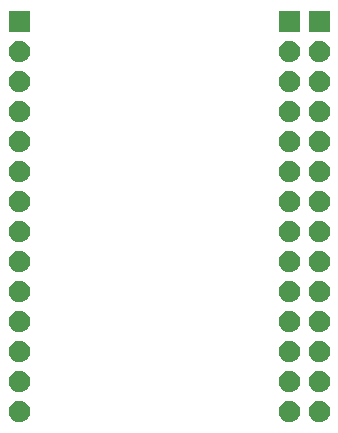
<source format=gbr>
G04 #@! TF.GenerationSoftware,KiCad,Pcbnew,5.1.5+dfsg1-2build2*
G04 #@! TF.CreationDate,2022-08-21T18:45:02-05:00*
G04 #@! TF.ProjectId,ms88sf2-breakout,6d733838-7366-4322-9d62-7265616b6f75,rev?*
G04 #@! TF.SameCoordinates,Original*
G04 #@! TF.FileFunction,Soldermask,Bot*
G04 #@! TF.FilePolarity,Negative*
%FSLAX46Y46*%
G04 Gerber Fmt 4.6, Leading zero omitted, Abs format (unit mm)*
G04 Created by KiCad (PCBNEW 5.1.5+dfsg1-2build2) date 2022-08-21 18:45:02*
%MOMM*%
%LPD*%
G04 APERTURE LIST*
%ADD10C,0.100000*%
G04 APERTURE END LIST*
D10*
G36*
X52113512Y-83993927D02*
G01*
X52262812Y-84023624D01*
X52426784Y-84091544D01*
X52574354Y-84190147D01*
X52699853Y-84315646D01*
X52798456Y-84463216D01*
X52866376Y-84627188D01*
X52901000Y-84801259D01*
X52901000Y-84978741D01*
X52866376Y-85152812D01*
X52798456Y-85316784D01*
X52699853Y-85464354D01*
X52574354Y-85589853D01*
X52426784Y-85688456D01*
X52262812Y-85756376D01*
X52113512Y-85786073D01*
X52088742Y-85791000D01*
X51911258Y-85791000D01*
X51886488Y-85786073D01*
X51737188Y-85756376D01*
X51573216Y-85688456D01*
X51425646Y-85589853D01*
X51300147Y-85464354D01*
X51201544Y-85316784D01*
X51133624Y-85152812D01*
X51099000Y-84978741D01*
X51099000Y-84801259D01*
X51133624Y-84627188D01*
X51201544Y-84463216D01*
X51300147Y-84315646D01*
X51425646Y-84190147D01*
X51573216Y-84091544D01*
X51737188Y-84023624D01*
X51886488Y-83993927D01*
X51911258Y-83989000D01*
X52088742Y-83989000D01*
X52113512Y-83993927D01*
G37*
G36*
X77513512Y-83993927D02*
G01*
X77662812Y-84023624D01*
X77826784Y-84091544D01*
X77974354Y-84190147D01*
X78099853Y-84315646D01*
X78198456Y-84463216D01*
X78266376Y-84627188D01*
X78301000Y-84801259D01*
X78301000Y-84978741D01*
X78266376Y-85152812D01*
X78198456Y-85316784D01*
X78099853Y-85464354D01*
X77974354Y-85589853D01*
X77826784Y-85688456D01*
X77662812Y-85756376D01*
X77513512Y-85786073D01*
X77488742Y-85791000D01*
X77311258Y-85791000D01*
X77286488Y-85786073D01*
X77137188Y-85756376D01*
X76973216Y-85688456D01*
X76825646Y-85589853D01*
X76700147Y-85464354D01*
X76601544Y-85316784D01*
X76533624Y-85152812D01*
X76499000Y-84978741D01*
X76499000Y-84801259D01*
X76533624Y-84627188D01*
X76601544Y-84463216D01*
X76700147Y-84315646D01*
X76825646Y-84190147D01*
X76973216Y-84091544D01*
X77137188Y-84023624D01*
X77286488Y-83993927D01*
X77311258Y-83989000D01*
X77488742Y-83989000D01*
X77513512Y-83993927D01*
G37*
G36*
X74973512Y-83993927D02*
G01*
X75122812Y-84023624D01*
X75286784Y-84091544D01*
X75434354Y-84190147D01*
X75559853Y-84315646D01*
X75658456Y-84463216D01*
X75726376Y-84627188D01*
X75761000Y-84801259D01*
X75761000Y-84978741D01*
X75726376Y-85152812D01*
X75658456Y-85316784D01*
X75559853Y-85464354D01*
X75434354Y-85589853D01*
X75286784Y-85688456D01*
X75122812Y-85756376D01*
X74973512Y-85786073D01*
X74948742Y-85791000D01*
X74771258Y-85791000D01*
X74746488Y-85786073D01*
X74597188Y-85756376D01*
X74433216Y-85688456D01*
X74285646Y-85589853D01*
X74160147Y-85464354D01*
X74061544Y-85316784D01*
X73993624Y-85152812D01*
X73959000Y-84978741D01*
X73959000Y-84801259D01*
X73993624Y-84627188D01*
X74061544Y-84463216D01*
X74160147Y-84315646D01*
X74285646Y-84190147D01*
X74433216Y-84091544D01*
X74597188Y-84023624D01*
X74746488Y-83993927D01*
X74771258Y-83989000D01*
X74948742Y-83989000D01*
X74973512Y-83993927D01*
G37*
G36*
X52113512Y-81453927D02*
G01*
X52262812Y-81483624D01*
X52426784Y-81551544D01*
X52574354Y-81650147D01*
X52699853Y-81775646D01*
X52798456Y-81923216D01*
X52866376Y-82087188D01*
X52901000Y-82261259D01*
X52901000Y-82438741D01*
X52866376Y-82612812D01*
X52798456Y-82776784D01*
X52699853Y-82924354D01*
X52574354Y-83049853D01*
X52426784Y-83148456D01*
X52262812Y-83216376D01*
X52113512Y-83246073D01*
X52088742Y-83251000D01*
X51911258Y-83251000D01*
X51886488Y-83246073D01*
X51737188Y-83216376D01*
X51573216Y-83148456D01*
X51425646Y-83049853D01*
X51300147Y-82924354D01*
X51201544Y-82776784D01*
X51133624Y-82612812D01*
X51099000Y-82438741D01*
X51099000Y-82261259D01*
X51133624Y-82087188D01*
X51201544Y-81923216D01*
X51300147Y-81775646D01*
X51425646Y-81650147D01*
X51573216Y-81551544D01*
X51737188Y-81483624D01*
X51886488Y-81453927D01*
X51911258Y-81449000D01*
X52088742Y-81449000D01*
X52113512Y-81453927D01*
G37*
G36*
X74973512Y-81453927D02*
G01*
X75122812Y-81483624D01*
X75286784Y-81551544D01*
X75434354Y-81650147D01*
X75559853Y-81775646D01*
X75658456Y-81923216D01*
X75726376Y-82087188D01*
X75761000Y-82261259D01*
X75761000Y-82438741D01*
X75726376Y-82612812D01*
X75658456Y-82776784D01*
X75559853Y-82924354D01*
X75434354Y-83049853D01*
X75286784Y-83148456D01*
X75122812Y-83216376D01*
X74973512Y-83246073D01*
X74948742Y-83251000D01*
X74771258Y-83251000D01*
X74746488Y-83246073D01*
X74597188Y-83216376D01*
X74433216Y-83148456D01*
X74285646Y-83049853D01*
X74160147Y-82924354D01*
X74061544Y-82776784D01*
X73993624Y-82612812D01*
X73959000Y-82438741D01*
X73959000Y-82261259D01*
X73993624Y-82087188D01*
X74061544Y-81923216D01*
X74160147Y-81775646D01*
X74285646Y-81650147D01*
X74433216Y-81551544D01*
X74597188Y-81483624D01*
X74746488Y-81453927D01*
X74771258Y-81449000D01*
X74948742Y-81449000D01*
X74973512Y-81453927D01*
G37*
G36*
X77513512Y-81453927D02*
G01*
X77662812Y-81483624D01*
X77826784Y-81551544D01*
X77974354Y-81650147D01*
X78099853Y-81775646D01*
X78198456Y-81923216D01*
X78266376Y-82087188D01*
X78301000Y-82261259D01*
X78301000Y-82438741D01*
X78266376Y-82612812D01*
X78198456Y-82776784D01*
X78099853Y-82924354D01*
X77974354Y-83049853D01*
X77826784Y-83148456D01*
X77662812Y-83216376D01*
X77513512Y-83246073D01*
X77488742Y-83251000D01*
X77311258Y-83251000D01*
X77286488Y-83246073D01*
X77137188Y-83216376D01*
X76973216Y-83148456D01*
X76825646Y-83049853D01*
X76700147Y-82924354D01*
X76601544Y-82776784D01*
X76533624Y-82612812D01*
X76499000Y-82438741D01*
X76499000Y-82261259D01*
X76533624Y-82087188D01*
X76601544Y-81923216D01*
X76700147Y-81775646D01*
X76825646Y-81650147D01*
X76973216Y-81551544D01*
X77137188Y-81483624D01*
X77286488Y-81453927D01*
X77311258Y-81449000D01*
X77488742Y-81449000D01*
X77513512Y-81453927D01*
G37*
G36*
X77513512Y-78913927D02*
G01*
X77662812Y-78943624D01*
X77826784Y-79011544D01*
X77974354Y-79110147D01*
X78099853Y-79235646D01*
X78198456Y-79383216D01*
X78266376Y-79547188D01*
X78301000Y-79721259D01*
X78301000Y-79898741D01*
X78266376Y-80072812D01*
X78198456Y-80236784D01*
X78099853Y-80384354D01*
X77974354Y-80509853D01*
X77826784Y-80608456D01*
X77662812Y-80676376D01*
X77513512Y-80706073D01*
X77488742Y-80711000D01*
X77311258Y-80711000D01*
X77286488Y-80706073D01*
X77137188Y-80676376D01*
X76973216Y-80608456D01*
X76825646Y-80509853D01*
X76700147Y-80384354D01*
X76601544Y-80236784D01*
X76533624Y-80072812D01*
X76499000Y-79898741D01*
X76499000Y-79721259D01*
X76533624Y-79547188D01*
X76601544Y-79383216D01*
X76700147Y-79235646D01*
X76825646Y-79110147D01*
X76973216Y-79011544D01*
X77137188Y-78943624D01*
X77286488Y-78913927D01*
X77311258Y-78909000D01*
X77488742Y-78909000D01*
X77513512Y-78913927D01*
G37*
G36*
X52113512Y-78913927D02*
G01*
X52262812Y-78943624D01*
X52426784Y-79011544D01*
X52574354Y-79110147D01*
X52699853Y-79235646D01*
X52798456Y-79383216D01*
X52866376Y-79547188D01*
X52901000Y-79721259D01*
X52901000Y-79898741D01*
X52866376Y-80072812D01*
X52798456Y-80236784D01*
X52699853Y-80384354D01*
X52574354Y-80509853D01*
X52426784Y-80608456D01*
X52262812Y-80676376D01*
X52113512Y-80706073D01*
X52088742Y-80711000D01*
X51911258Y-80711000D01*
X51886488Y-80706073D01*
X51737188Y-80676376D01*
X51573216Y-80608456D01*
X51425646Y-80509853D01*
X51300147Y-80384354D01*
X51201544Y-80236784D01*
X51133624Y-80072812D01*
X51099000Y-79898741D01*
X51099000Y-79721259D01*
X51133624Y-79547188D01*
X51201544Y-79383216D01*
X51300147Y-79235646D01*
X51425646Y-79110147D01*
X51573216Y-79011544D01*
X51737188Y-78943624D01*
X51886488Y-78913927D01*
X51911258Y-78909000D01*
X52088742Y-78909000D01*
X52113512Y-78913927D01*
G37*
G36*
X74973512Y-78913927D02*
G01*
X75122812Y-78943624D01*
X75286784Y-79011544D01*
X75434354Y-79110147D01*
X75559853Y-79235646D01*
X75658456Y-79383216D01*
X75726376Y-79547188D01*
X75761000Y-79721259D01*
X75761000Y-79898741D01*
X75726376Y-80072812D01*
X75658456Y-80236784D01*
X75559853Y-80384354D01*
X75434354Y-80509853D01*
X75286784Y-80608456D01*
X75122812Y-80676376D01*
X74973512Y-80706073D01*
X74948742Y-80711000D01*
X74771258Y-80711000D01*
X74746488Y-80706073D01*
X74597188Y-80676376D01*
X74433216Y-80608456D01*
X74285646Y-80509853D01*
X74160147Y-80384354D01*
X74061544Y-80236784D01*
X73993624Y-80072812D01*
X73959000Y-79898741D01*
X73959000Y-79721259D01*
X73993624Y-79547188D01*
X74061544Y-79383216D01*
X74160147Y-79235646D01*
X74285646Y-79110147D01*
X74433216Y-79011544D01*
X74597188Y-78943624D01*
X74746488Y-78913927D01*
X74771258Y-78909000D01*
X74948742Y-78909000D01*
X74973512Y-78913927D01*
G37*
G36*
X52113512Y-76373927D02*
G01*
X52262812Y-76403624D01*
X52426784Y-76471544D01*
X52574354Y-76570147D01*
X52699853Y-76695646D01*
X52798456Y-76843216D01*
X52866376Y-77007188D01*
X52901000Y-77181259D01*
X52901000Y-77358741D01*
X52866376Y-77532812D01*
X52798456Y-77696784D01*
X52699853Y-77844354D01*
X52574354Y-77969853D01*
X52426784Y-78068456D01*
X52262812Y-78136376D01*
X52113512Y-78166073D01*
X52088742Y-78171000D01*
X51911258Y-78171000D01*
X51886488Y-78166073D01*
X51737188Y-78136376D01*
X51573216Y-78068456D01*
X51425646Y-77969853D01*
X51300147Y-77844354D01*
X51201544Y-77696784D01*
X51133624Y-77532812D01*
X51099000Y-77358741D01*
X51099000Y-77181259D01*
X51133624Y-77007188D01*
X51201544Y-76843216D01*
X51300147Y-76695646D01*
X51425646Y-76570147D01*
X51573216Y-76471544D01*
X51737188Y-76403624D01*
X51886488Y-76373927D01*
X51911258Y-76369000D01*
X52088742Y-76369000D01*
X52113512Y-76373927D01*
G37*
G36*
X77513512Y-76373927D02*
G01*
X77662812Y-76403624D01*
X77826784Y-76471544D01*
X77974354Y-76570147D01*
X78099853Y-76695646D01*
X78198456Y-76843216D01*
X78266376Y-77007188D01*
X78301000Y-77181259D01*
X78301000Y-77358741D01*
X78266376Y-77532812D01*
X78198456Y-77696784D01*
X78099853Y-77844354D01*
X77974354Y-77969853D01*
X77826784Y-78068456D01*
X77662812Y-78136376D01*
X77513512Y-78166073D01*
X77488742Y-78171000D01*
X77311258Y-78171000D01*
X77286488Y-78166073D01*
X77137188Y-78136376D01*
X76973216Y-78068456D01*
X76825646Y-77969853D01*
X76700147Y-77844354D01*
X76601544Y-77696784D01*
X76533624Y-77532812D01*
X76499000Y-77358741D01*
X76499000Y-77181259D01*
X76533624Y-77007188D01*
X76601544Y-76843216D01*
X76700147Y-76695646D01*
X76825646Y-76570147D01*
X76973216Y-76471544D01*
X77137188Y-76403624D01*
X77286488Y-76373927D01*
X77311258Y-76369000D01*
X77488742Y-76369000D01*
X77513512Y-76373927D01*
G37*
G36*
X74973512Y-76373927D02*
G01*
X75122812Y-76403624D01*
X75286784Y-76471544D01*
X75434354Y-76570147D01*
X75559853Y-76695646D01*
X75658456Y-76843216D01*
X75726376Y-77007188D01*
X75761000Y-77181259D01*
X75761000Y-77358741D01*
X75726376Y-77532812D01*
X75658456Y-77696784D01*
X75559853Y-77844354D01*
X75434354Y-77969853D01*
X75286784Y-78068456D01*
X75122812Y-78136376D01*
X74973512Y-78166073D01*
X74948742Y-78171000D01*
X74771258Y-78171000D01*
X74746488Y-78166073D01*
X74597188Y-78136376D01*
X74433216Y-78068456D01*
X74285646Y-77969853D01*
X74160147Y-77844354D01*
X74061544Y-77696784D01*
X73993624Y-77532812D01*
X73959000Y-77358741D01*
X73959000Y-77181259D01*
X73993624Y-77007188D01*
X74061544Y-76843216D01*
X74160147Y-76695646D01*
X74285646Y-76570147D01*
X74433216Y-76471544D01*
X74597188Y-76403624D01*
X74746488Y-76373927D01*
X74771258Y-76369000D01*
X74948742Y-76369000D01*
X74973512Y-76373927D01*
G37*
G36*
X52113512Y-73833927D02*
G01*
X52262812Y-73863624D01*
X52426784Y-73931544D01*
X52574354Y-74030147D01*
X52699853Y-74155646D01*
X52798456Y-74303216D01*
X52866376Y-74467188D01*
X52901000Y-74641259D01*
X52901000Y-74818741D01*
X52866376Y-74992812D01*
X52798456Y-75156784D01*
X52699853Y-75304354D01*
X52574354Y-75429853D01*
X52426784Y-75528456D01*
X52262812Y-75596376D01*
X52113512Y-75626073D01*
X52088742Y-75631000D01*
X51911258Y-75631000D01*
X51886488Y-75626073D01*
X51737188Y-75596376D01*
X51573216Y-75528456D01*
X51425646Y-75429853D01*
X51300147Y-75304354D01*
X51201544Y-75156784D01*
X51133624Y-74992812D01*
X51099000Y-74818741D01*
X51099000Y-74641259D01*
X51133624Y-74467188D01*
X51201544Y-74303216D01*
X51300147Y-74155646D01*
X51425646Y-74030147D01*
X51573216Y-73931544D01*
X51737188Y-73863624D01*
X51886488Y-73833927D01*
X51911258Y-73829000D01*
X52088742Y-73829000D01*
X52113512Y-73833927D01*
G37*
G36*
X74973512Y-73833927D02*
G01*
X75122812Y-73863624D01*
X75286784Y-73931544D01*
X75434354Y-74030147D01*
X75559853Y-74155646D01*
X75658456Y-74303216D01*
X75726376Y-74467188D01*
X75761000Y-74641259D01*
X75761000Y-74818741D01*
X75726376Y-74992812D01*
X75658456Y-75156784D01*
X75559853Y-75304354D01*
X75434354Y-75429853D01*
X75286784Y-75528456D01*
X75122812Y-75596376D01*
X74973512Y-75626073D01*
X74948742Y-75631000D01*
X74771258Y-75631000D01*
X74746488Y-75626073D01*
X74597188Y-75596376D01*
X74433216Y-75528456D01*
X74285646Y-75429853D01*
X74160147Y-75304354D01*
X74061544Y-75156784D01*
X73993624Y-74992812D01*
X73959000Y-74818741D01*
X73959000Y-74641259D01*
X73993624Y-74467188D01*
X74061544Y-74303216D01*
X74160147Y-74155646D01*
X74285646Y-74030147D01*
X74433216Y-73931544D01*
X74597188Y-73863624D01*
X74746488Y-73833927D01*
X74771258Y-73829000D01*
X74948742Y-73829000D01*
X74973512Y-73833927D01*
G37*
G36*
X77513512Y-73833927D02*
G01*
X77662812Y-73863624D01*
X77826784Y-73931544D01*
X77974354Y-74030147D01*
X78099853Y-74155646D01*
X78198456Y-74303216D01*
X78266376Y-74467188D01*
X78301000Y-74641259D01*
X78301000Y-74818741D01*
X78266376Y-74992812D01*
X78198456Y-75156784D01*
X78099853Y-75304354D01*
X77974354Y-75429853D01*
X77826784Y-75528456D01*
X77662812Y-75596376D01*
X77513512Y-75626073D01*
X77488742Y-75631000D01*
X77311258Y-75631000D01*
X77286488Y-75626073D01*
X77137188Y-75596376D01*
X76973216Y-75528456D01*
X76825646Y-75429853D01*
X76700147Y-75304354D01*
X76601544Y-75156784D01*
X76533624Y-74992812D01*
X76499000Y-74818741D01*
X76499000Y-74641259D01*
X76533624Y-74467188D01*
X76601544Y-74303216D01*
X76700147Y-74155646D01*
X76825646Y-74030147D01*
X76973216Y-73931544D01*
X77137188Y-73863624D01*
X77286488Y-73833927D01*
X77311258Y-73829000D01*
X77488742Y-73829000D01*
X77513512Y-73833927D01*
G37*
G36*
X74973512Y-71293927D02*
G01*
X75122812Y-71323624D01*
X75286784Y-71391544D01*
X75434354Y-71490147D01*
X75559853Y-71615646D01*
X75658456Y-71763216D01*
X75726376Y-71927188D01*
X75761000Y-72101259D01*
X75761000Y-72278741D01*
X75726376Y-72452812D01*
X75658456Y-72616784D01*
X75559853Y-72764354D01*
X75434354Y-72889853D01*
X75286784Y-72988456D01*
X75122812Y-73056376D01*
X74973512Y-73086073D01*
X74948742Y-73091000D01*
X74771258Y-73091000D01*
X74746488Y-73086073D01*
X74597188Y-73056376D01*
X74433216Y-72988456D01*
X74285646Y-72889853D01*
X74160147Y-72764354D01*
X74061544Y-72616784D01*
X73993624Y-72452812D01*
X73959000Y-72278741D01*
X73959000Y-72101259D01*
X73993624Y-71927188D01*
X74061544Y-71763216D01*
X74160147Y-71615646D01*
X74285646Y-71490147D01*
X74433216Y-71391544D01*
X74597188Y-71323624D01*
X74746488Y-71293927D01*
X74771258Y-71289000D01*
X74948742Y-71289000D01*
X74973512Y-71293927D01*
G37*
G36*
X77513512Y-71293927D02*
G01*
X77662812Y-71323624D01*
X77826784Y-71391544D01*
X77974354Y-71490147D01*
X78099853Y-71615646D01*
X78198456Y-71763216D01*
X78266376Y-71927188D01*
X78301000Y-72101259D01*
X78301000Y-72278741D01*
X78266376Y-72452812D01*
X78198456Y-72616784D01*
X78099853Y-72764354D01*
X77974354Y-72889853D01*
X77826784Y-72988456D01*
X77662812Y-73056376D01*
X77513512Y-73086073D01*
X77488742Y-73091000D01*
X77311258Y-73091000D01*
X77286488Y-73086073D01*
X77137188Y-73056376D01*
X76973216Y-72988456D01*
X76825646Y-72889853D01*
X76700147Y-72764354D01*
X76601544Y-72616784D01*
X76533624Y-72452812D01*
X76499000Y-72278741D01*
X76499000Y-72101259D01*
X76533624Y-71927188D01*
X76601544Y-71763216D01*
X76700147Y-71615646D01*
X76825646Y-71490147D01*
X76973216Y-71391544D01*
X77137188Y-71323624D01*
X77286488Y-71293927D01*
X77311258Y-71289000D01*
X77488742Y-71289000D01*
X77513512Y-71293927D01*
G37*
G36*
X52113512Y-71293927D02*
G01*
X52262812Y-71323624D01*
X52426784Y-71391544D01*
X52574354Y-71490147D01*
X52699853Y-71615646D01*
X52798456Y-71763216D01*
X52866376Y-71927188D01*
X52901000Y-72101259D01*
X52901000Y-72278741D01*
X52866376Y-72452812D01*
X52798456Y-72616784D01*
X52699853Y-72764354D01*
X52574354Y-72889853D01*
X52426784Y-72988456D01*
X52262812Y-73056376D01*
X52113512Y-73086073D01*
X52088742Y-73091000D01*
X51911258Y-73091000D01*
X51886488Y-73086073D01*
X51737188Y-73056376D01*
X51573216Y-72988456D01*
X51425646Y-72889853D01*
X51300147Y-72764354D01*
X51201544Y-72616784D01*
X51133624Y-72452812D01*
X51099000Y-72278741D01*
X51099000Y-72101259D01*
X51133624Y-71927188D01*
X51201544Y-71763216D01*
X51300147Y-71615646D01*
X51425646Y-71490147D01*
X51573216Y-71391544D01*
X51737188Y-71323624D01*
X51886488Y-71293927D01*
X51911258Y-71289000D01*
X52088742Y-71289000D01*
X52113512Y-71293927D01*
G37*
G36*
X74973512Y-68753927D02*
G01*
X75122812Y-68783624D01*
X75286784Y-68851544D01*
X75434354Y-68950147D01*
X75559853Y-69075646D01*
X75658456Y-69223216D01*
X75726376Y-69387188D01*
X75761000Y-69561259D01*
X75761000Y-69738741D01*
X75726376Y-69912812D01*
X75658456Y-70076784D01*
X75559853Y-70224354D01*
X75434354Y-70349853D01*
X75286784Y-70448456D01*
X75122812Y-70516376D01*
X74973512Y-70546073D01*
X74948742Y-70551000D01*
X74771258Y-70551000D01*
X74746488Y-70546073D01*
X74597188Y-70516376D01*
X74433216Y-70448456D01*
X74285646Y-70349853D01*
X74160147Y-70224354D01*
X74061544Y-70076784D01*
X73993624Y-69912812D01*
X73959000Y-69738741D01*
X73959000Y-69561259D01*
X73993624Y-69387188D01*
X74061544Y-69223216D01*
X74160147Y-69075646D01*
X74285646Y-68950147D01*
X74433216Y-68851544D01*
X74597188Y-68783624D01*
X74746488Y-68753927D01*
X74771258Y-68749000D01*
X74948742Y-68749000D01*
X74973512Y-68753927D01*
G37*
G36*
X52113512Y-68753927D02*
G01*
X52262812Y-68783624D01*
X52426784Y-68851544D01*
X52574354Y-68950147D01*
X52699853Y-69075646D01*
X52798456Y-69223216D01*
X52866376Y-69387188D01*
X52901000Y-69561259D01*
X52901000Y-69738741D01*
X52866376Y-69912812D01*
X52798456Y-70076784D01*
X52699853Y-70224354D01*
X52574354Y-70349853D01*
X52426784Y-70448456D01*
X52262812Y-70516376D01*
X52113512Y-70546073D01*
X52088742Y-70551000D01*
X51911258Y-70551000D01*
X51886488Y-70546073D01*
X51737188Y-70516376D01*
X51573216Y-70448456D01*
X51425646Y-70349853D01*
X51300147Y-70224354D01*
X51201544Y-70076784D01*
X51133624Y-69912812D01*
X51099000Y-69738741D01*
X51099000Y-69561259D01*
X51133624Y-69387188D01*
X51201544Y-69223216D01*
X51300147Y-69075646D01*
X51425646Y-68950147D01*
X51573216Y-68851544D01*
X51737188Y-68783624D01*
X51886488Y-68753927D01*
X51911258Y-68749000D01*
X52088742Y-68749000D01*
X52113512Y-68753927D01*
G37*
G36*
X77513512Y-68753927D02*
G01*
X77662812Y-68783624D01*
X77826784Y-68851544D01*
X77974354Y-68950147D01*
X78099853Y-69075646D01*
X78198456Y-69223216D01*
X78266376Y-69387188D01*
X78301000Y-69561259D01*
X78301000Y-69738741D01*
X78266376Y-69912812D01*
X78198456Y-70076784D01*
X78099853Y-70224354D01*
X77974354Y-70349853D01*
X77826784Y-70448456D01*
X77662812Y-70516376D01*
X77513512Y-70546073D01*
X77488742Y-70551000D01*
X77311258Y-70551000D01*
X77286488Y-70546073D01*
X77137188Y-70516376D01*
X76973216Y-70448456D01*
X76825646Y-70349853D01*
X76700147Y-70224354D01*
X76601544Y-70076784D01*
X76533624Y-69912812D01*
X76499000Y-69738741D01*
X76499000Y-69561259D01*
X76533624Y-69387188D01*
X76601544Y-69223216D01*
X76700147Y-69075646D01*
X76825646Y-68950147D01*
X76973216Y-68851544D01*
X77137188Y-68783624D01*
X77286488Y-68753927D01*
X77311258Y-68749000D01*
X77488742Y-68749000D01*
X77513512Y-68753927D01*
G37*
G36*
X74973512Y-66213927D02*
G01*
X75122812Y-66243624D01*
X75286784Y-66311544D01*
X75434354Y-66410147D01*
X75559853Y-66535646D01*
X75658456Y-66683216D01*
X75726376Y-66847188D01*
X75761000Y-67021259D01*
X75761000Y-67198741D01*
X75726376Y-67372812D01*
X75658456Y-67536784D01*
X75559853Y-67684354D01*
X75434354Y-67809853D01*
X75286784Y-67908456D01*
X75122812Y-67976376D01*
X74973512Y-68006073D01*
X74948742Y-68011000D01*
X74771258Y-68011000D01*
X74746488Y-68006073D01*
X74597188Y-67976376D01*
X74433216Y-67908456D01*
X74285646Y-67809853D01*
X74160147Y-67684354D01*
X74061544Y-67536784D01*
X73993624Y-67372812D01*
X73959000Y-67198741D01*
X73959000Y-67021259D01*
X73993624Y-66847188D01*
X74061544Y-66683216D01*
X74160147Y-66535646D01*
X74285646Y-66410147D01*
X74433216Y-66311544D01*
X74597188Y-66243624D01*
X74746488Y-66213927D01*
X74771258Y-66209000D01*
X74948742Y-66209000D01*
X74973512Y-66213927D01*
G37*
G36*
X77513512Y-66213927D02*
G01*
X77662812Y-66243624D01*
X77826784Y-66311544D01*
X77974354Y-66410147D01*
X78099853Y-66535646D01*
X78198456Y-66683216D01*
X78266376Y-66847188D01*
X78301000Y-67021259D01*
X78301000Y-67198741D01*
X78266376Y-67372812D01*
X78198456Y-67536784D01*
X78099853Y-67684354D01*
X77974354Y-67809853D01*
X77826784Y-67908456D01*
X77662812Y-67976376D01*
X77513512Y-68006073D01*
X77488742Y-68011000D01*
X77311258Y-68011000D01*
X77286488Y-68006073D01*
X77137188Y-67976376D01*
X76973216Y-67908456D01*
X76825646Y-67809853D01*
X76700147Y-67684354D01*
X76601544Y-67536784D01*
X76533624Y-67372812D01*
X76499000Y-67198741D01*
X76499000Y-67021259D01*
X76533624Y-66847188D01*
X76601544Y-66683216D01*
X76700147Y-66535646D01*
X76825646Y-66410147D01*
X76973216Y-66311544D01*
X77137188Y-66243624D01*
X77286488Y-66213927D01*
X77311258Y-66209000D01*
X77488742Y-66209000D01*
X77513512Y-66213927D01*
G37*
G36*
X52113512Y-66213927D02*
G01*
X52262812Y-66243624D01*
X52426784Y-66311544D01*
X52574354Y-66410147D01*
X52699853Y-66535646D01*
X52798456Y-66683216D01*
X52866376Y-66847188D01*
X52901000Y-67021259D01*
X52901000Y-67198741D01*
X52866376Y-67372812D01*
X52798456Y-67536784D01*
X52699853Y-67684354D01*
X52574354Y-67809853D01*
X52426784Y-67908456D01*
X52262812Y-67976376D01*
X52113512Y-68006073D01*
X52088742Y-68011000D01*
X51911258Y-68011000D01*
X51886488Y-68006073D01*
X51737188Y-67976376D01*
X51573216Y-67908456D01*
X51425646Y-67809853D01*
X51300147Y-67684354D01*
X51201544Y-67536784D01*
X51133624Y-67372812D01*
X51099000Y-67198741D01*
X51099000Y-67021259D01*
X51133624Y-66847188D01*
X51201544Y-66683216D01*
X51300147Y-66535646D01*
X51425646Y-66410147D01*
X51573216Y-66311544D01*
X51737188Y-66243624D01*
X51886488Y-66213927D01*
X51911258Y-66209000D01*
X52088742Y-66209000D01*
X52113512Y-66213927D01*
G37*
G36*
X74973512Y-63673927D02*
G01*
X75122812Y-63703624D01*
X75286784Y-63771544D01*
X75434354Y-63870147D01*
X75559853Y-63995646D01*
X75658456Y-64143216D01*
X75726376Y-64307188D01*
X75761000Y-64481259D01*
X75761000Y-64658741D01*
X75726376Y-64832812D01*
X75658456Y-64996784D01*
X75559853Y-65144354D01*
X75434354Y-65269853D01*
X75286784Y-65368456D01*
X75122812Y-65436376D01*
X74973512Y-65466073D01*
X74948742Y-65471000D01*
X74771258Y-65471000D01*
X74746488Y-65466073D01*
X74597188Y-65436376D01*
X74433216Y-65368456D01*
X74285646Y-65269853D01*
X74160147Y-65144354D01*
X74061544Y-64996784D01*
X73993624Y-64832812D01*
X73959000Y-64658741D01*
X73959000Y-64481259D01*
X73993624Y-64307188D01*
X74061544Y-64143216D01*
X74160147Y-63995646D01*
X74285646Y-63870147D01*
X74433216Y-63771544D01*
X74597188Y-63703624D01*
X74746488Y-63673927D01*
X74771258Y-63669000D01*
X74948742Y-63669000D01*
X74973512Y-63673927D01*
G37*
G36*
X52113512Y-63673927D02*
G01*
X52262812Y-63703624D01*
X52426784Y-63771544D01*
X52574354Y-63870147D01*
X52699853Y-63995646D01*
X52798456Y-64143216D01*
X52866376Y-64307188D01*
X52901000Y-64481259D01*
X52901000Y-64658741D01*
X52866376Y-64832812D01*
X52798456Y-64996784D01*
X52699853Y-65144354D01*
X52574354Y-65269853D01*
X52426784Y-65368456D01*
X52262812Y-65436376D01*
X52113512Y-65466073D01*
X52088742Y-65471000D01*
X51911258Y-65471000D01*
X51886488Y-65466073D01*
X51737188Y-65436376D01*
X51573216Y-65368456D01*
X51425646Y-65269853D01*
X51300147Y-65144354D01*
X51201544Y-64996784D01*
X51133624Y-64832812D01*
X51099000Y-64658741D01*
X51099000Y-64481259D01*
X51133624Y-64307188D01*
X51201544Y-64143216D01*
X51300147Y-63995646D01*
X51425646Y-63870147D01*
X51573216Y-63771544D01*
X51737188Y-63703624D01*
X51886488Y-63673927D01*
X51911258Y-63669000D01*
X52088742Y-63669000D01*
X52113512Y-63673927D01*
G37*
G36*
X77513512Y-63673927D02*
G01*
X77662812Y-63703624D01*
X77826784Y-63771544D01*
X77974354Y-63870147D01*
X78099853Y-63995646D01*
X78198456Y-64143216D01*
X78266376Y-64307188D01*
X78301000Y-64481259D01*
X78301000Y-64658741D01*
X78266376Y-64832812D01*
X78198456Y-64996784D01*
X78099853Y-65144354D01*
X77974354Y-65269853D01*
X77826784Y-65368456D01*
X77662812Y-65436376D01*
X77513512Y-65466073D01*
X77488742Y-65471000D01*
X77311258Y-65471000D01*
X77286488Y-65466073D01*
X77137188Y-65436376D01*
X76973216Y-65368456D01*
X76825646Y-65269853D01*
X76700147Y-65144354D01*
X76601544Y-64996784D01*
X76533624Y-64832812D01*
X76499000Y-64658741D01*
X76499000Y-64481259D01*
X76533624Y-64307188D01*
X76601544Y-64143216D01*
X76700147Y-63995646D01*
X76825646Y-63870147D01*
X76973216Y-63771544D01*
X77137188Y-63703624D01*
X77286488Y-63673927D01*
X77311258Y-63669000D01*
X77488742Y-63669000D01*
X77513512Y-63673927D01*
G37*
G36*
X52113512Y-61133927D02*
G01*
X52262812Y-61163624D01*
X52426784Y-61231544D01*
X52574354Y-61330147D01*
X52699853Y-61455646D01*
X52798456Y-61603216D01*
X52866376Y-61767188D01*
X52901000Y-61941259D01*
X52901000Y-62118741D01*
X52866376Y-62292812D01*
X52798456Y-62456784D01*
X52699853Y-62604354D01*
X52574354Y-62729853D01*
X52426784Y-62828456D01*
X52262812Y-62896376D01*
X52113512Y-62926073D01*
X52088742Y-62931000D01*
X51911258Y-62931000D01*
X51886488Y-62926073D01*
X51737188Y-62896376D01*
X51573216Y-62828456D01*
X51425646Y-62729853D01*
X51300147Y-62604354D01*
X51201544Y-62456784D01*
X51133624Y-62292812D01*
X51099000Y-62118741D01*
X51099000Y-61941259D01*
X51133624Y-61767188D01*
X51201544Y-61603216D01*
X51300147Y-61455646D01*
X51425646Y-61330147D01*
X51573216Y-61231544D01*
X51737188Y-61163624D01*
X51886488Y-61133927D01*
X51911258Y-61129000D01*
X52088742Y-61129000D01*
X52113512Y-61133927D01*
G37*
G36*
X74973512Y-61133927D02*
G01*
X75122812Y-61163624D01*
X75286784Y-61231544D01*
X75434354Y-61330147D01*
X75559853Y-61455646D01*
X75658456Y-61603216D01*
X75726376Y-61767188D01*
X75761000Y-61941259D01*
X75761000Y-62118741D01*
X75726376Y-62292812D01*
X75658456Y-62456784D01*
X75559853Y-62604354D01*
X75434354Y-62729853D01*
X75286784Y-62828456D01*
X75122812Y-62896376D01*
X74973512Y-62926073D01*
X74948742Y-62931000D01*
X74771258Y-62931000D01*
X74746488Y-62926073D01*
X74597188Y-62896376D01*
X74433216Y-62828456D01*
X74285646Y-62729853D01*
X74160147Y-62604354D01*
X74061544Y-62456784D01*
X73993624Y-62292812D01*
X73959000Y-62118741D01*
X73959000Y-61941259D01*
X73993624Y-61767188D01*
X74061544Y-61603216D01*
X74160147Y-61455646D01*
X74285646Y-61330147D01*
X74433216Y-61231544D01*
X74597188Y-61163624D01*
X74746488Y-61133927D01*
X74771258Y-61129000D01*
X74948742Y-61129000D01*
X74973512Y-61133927D01*
G37*
G36*
X77513512Y-61133927D02*
G01*
X77662812Y-61163624D01*
X77826784Y-61231544D01*
X77974354Y-61330147D01*
X78099853Y-61455646D01*
X78198456Y-61603216D01*
X78266376Y-61767188D01*
X78301000Y-61941259D01*
X78301000Y-62118741D01*
X78266376Y-62292812D01*
X78198456Y-62456784D01*
X78099853Y-62604354D01*
X77974354Y-62729853D01*
X77826784Y-62828456D01*
X77662812Y-62896376D01*
X77513512Y-62926073D01*
X77488742Y-62931000D01*
X77311258Y-62931000D01*
X77286488Y-62926073D01*
X77137188Y-62896376D01*
X76973216Y-62828456D01*
X76825646Y-62729853D01*
X76700147Y-62604354D01*
X76601544Y-62456784D01*
X76533624Y-62292812D01*
X76499000Y-62118741D01*
X76499000Y-61941259D01*
X76533624Y-61767188D01*
X76601544Y-61603216D01*
X76700147Y-61455646D01*
X76825646Y-61330147D01*
X76973216Y-61231544D01*
X77137188Y-61163624D01*
X77286488Y-61133927D01*
X77311258Y-61129000D01*
X77488742Y-61129000D01*
X77513512Y-61133927D01*
G37*
G36*
X77513512Y-58593927D02*
G01*
X77662812Y-58623624D01*
X77826784Y-58691544D01*
X77974354Y-58790147D01*
X78099853Y-58915646D01*
X78198456Y-59063216D01*
X78266376Y-59227188D01*
X78301000Y-59401259D01*
X78301000Y-59578741D01*
X78266376Y-59752812D01*
X78198456Y-59916784D01*
X78099853Y-60064354D01*
X77974354Y-60189853D01*
X77826784Y-60288456D01*
X77662812Y-60356376D01*
X77513512Y-60386073D01*
X77488742Y-60391000D01*
X77311258Y-60391000D01*
X77286488Y-60386073D01*
X77137188Y-60356376D01*
X76973216Y-60288456D01*
X76825646Y-60189853D01*
X76700147Y-60064354D01*
X76601544Y-59916784D01*
X76533624Y-59752812D01*
X76499000Y-59578741D01*
X76499000Y-59401259D01*
X76533624Y-59227188D01*
X76601544Y-59063216D01*
X76700147Y-58915646D01*
X76825646Y-58790147D01*
X76973216Y-58691544D01*
X77137188Y-58623624D01*
X77286488Y-58593927D01*
X77311258Y-58589000D01*
X77488742Y-58589000D01*
X77513512Y-58593927D01*
G37*
G36*
X74973512Y-58593927D02*
G01*
X75122812Y-58623624D01*
X75286784Y-58691544D01*
X75434354Y-58790147D01*
X75559853Y-58915646D01*
X75658456Y-59063216D01*
X75726376Y-59227188D01*
X75761000Y-59401259D01*
X75761000Y-59578741D01*
X75726376Y-59752812D01*
X75658456Y-59916784D01*
X75559853Y-60064354D01*
X75434354Y-60189853D01*
X75286784Y-60288456D01*
X75122812Y-60356376D01*
X74973512Y-60386073D01*
X74948742Y-60391000D01*
X74771258Y-60391000D01*
X74746488Y-60386073D01*
X74597188Y-60356376D01*
X74433216Y-60288456D01*
X74285646Y-60189853D01*
X74160147Y-60064354D01*
X74061544Y-59916784D01*
X73993624Y-59752812D01*
X73959000Y-59578741D01*
X73959000Y-59401259D01*
X73993624Y-59227188D01*
X74061544Y-59063216D01*
X74160147Y-58915646D01*
X74285646Y-58790147D01*
X74433216Y-58691544D01*
X74597188Y-58623624D01*
X74746488Y-58593927D01*
X74771258Y-58589000D01*
X74948742Y-58589000D01*
X74973512Y-58593927D01*
G37*
G36*
X52113512Y-58593927D02*
G01*
X52262812Y-58623624D01*
X52426784Y-58691544D01*
X52574354Y-58790147D01*
X52699853Y-58915646D01*
X52798456Y-59063216D01*
X52866376Y-59227188D01*
X52901000Y-59401259D01*
X52901000Y-59578741D01*
X52866376Y-59752812D01*
X52798456Y-59916784D01*
X52699853Y-60064354D01*
X52574354Y-60189853D01*
X52426784Y-60288456D01*
X52262812Y-60356376D01*
X52113512Y-60386073D01*
X52088742Y-60391000D01*
X51911258Y-60391000D01*
X51886488Y-60386073D01*
X51737188Y-60356376D01*
X51573216Y-60288456D01*
X51425646Y-60189853D01*
X51300147Y-60064354D01*
X51201544Y-59916784D01*
X51133624Y-59752812D01*
X51099000Y-59578741D01*
X51099000Y-59401259D01*
X51133624Y-59227188D01*
X51201544Y-59063216D01*
X51300147Y-58915646D01*
X51425646Y-58790147D01*
X51573216Y-58691544D01*
X51737188Y-58623624D01*
X51886488Y-58593927D01*
X51911258Y-58589000D01*
X52088742Y-58589000D01*
X52113512Y-58593927D01*
G37*
G36*
X77513512Y-56053927D02*
G01*
X77662812Y-56083624D01*
X77826784Y-56151544D01*
X77974354Y-56250147D01*
X78099853Y-56375646D01*
X78198456Y-56523216D01*
X78266376Y-56687188D01*
X78301000Y-56861259D01*
X78301000Y-57038741D01*
X78266376Y-57212812D01*
X78198456Y-57376784D01*
X78099853Y-57524354D01*
X77974354Y-57649853D01*
X77826784Y-57748456D01*
X77662812Y-57816376D01*
X77513512Y-57846073D01*
X77488742Y-57851000D01*
X77311258Y-57851000D01*
X77286488Y-57846073D01*
X77137188Y-57816376D01*
X76973216Y-57748456D01*
X76825646Y-57649853D01*
X76700147Y-57524354D01*
X76601544Y-57376784D01*
X76533624Y-57212812D01*
X76499000Y-57038741D01*
X76499000Y-56861259D01*
X76533624Y-56687188D01*
X76601544Y-56523216D01*
X76700147Y-56375646D01*
X76825646Y-56250147D01*
X76973216Y-56151544D01*
X77137188Y-56083624D01*
X77286488Y-56053927D01*
X77311258Y-56049000D01*
X77488742Y-56049000D01*
X77513512Y-56053927D01*
G37*
G36*
X74973512Y-56053927D02*
G01*
X75122812Y-56083624D01*
X75286784Y-56151544D01*
X75434354Y-56250147D01*
X75559853Y-56375646D01*
X75658456Y-56523216D01*
X75726376Y-56687188D01*
X75761000Y-56861259D01*
X75761000Y-57038741D01*
X75726376Y-57212812D01*
X75658456Y-57376784D01*
X75559853Y-57524354D01*
X75434354Y-57649853D01*
X75286784Y-57748456D01*
X75122812Y-57816376D01*
X74973512Y-57846073D01*
X74948742Y-57851000D01*
X74771258Y-57851000D01*
X74746488Y-57846073D01*
X74597188Y-57816376D01*
X74433216Y-57748456D01*
X74285646Y-57649853D01*
X74160147Y-57524354D01*
X74061544Y-57376784D01*
X73993624Y-57212812D01*
X73959000Y-57038741D01*
X73959000Y-56861259D01*
X73993624Y-56687188D01*
X74061544Y-56523216D01*
X74160147Y-56375646D01*
X74285646Y-56250147D01*
X74433216Y-56151544D01*
X74597188Y-56083624D01*
X74746488Y-56053927D01*
X74771258Y-56049000D01*
X74948742Y-56049000D01*
X74973512Y-56053927D01*
G37*
G36*
X52113512Y-56053927D02*
G01*
X52262812Y-56083624D01*
X52426784Y-56151544D01*
X52574354Y-56250147D01*
X52699853Y-56375646D01*
X52798456Y-56523216D01*
X52866376Y-56687188D01*
X52901000Y-56861259D01*
X52901000Y-57038741D01*
X52866376Y-57212812D01*
X52798456Y-57376784D01*
X52699853Y-57524354D01*
X52574354Y-57649853D01*
X52426784Y-57748456D01*
X52262812Y-57816376D01*
X52113512Y-57846073D01*
X52088742Y-57851000D01*
X51911258Y-57851000D01*
X51886488Y-57846073D01*
X51737188Y-57816376D01*
X51573216Y-57748456D01*
X51425646Y-57649853D01*
X51300147Y-57524354D01*
X51201544Y-57376784D01*
X51133624Y-57212812D01*
X51099000Y-57038741D01*
X51099000Y-56861259D01*
X51133624Y-56687188D01*
X51201544Y-56523216D01*
X51300147Y-56375646D01*
X51425646Y-56250147D01*
X51573216Y-56151544D01*
X51737188Y-56083624D01*
X51886488Y-56053927D01*
X51911258Y-56049000D01*
X52088742Y-56049000D01*
X52113512Y-56053927D01*
G37*
G36*
X77513512Y-53513927D02*
G01*
X77662812Y-53543624D01*
X77826784Y-53611544D01*
X77974354Y-53710147D01*
X78099853Y-53835646D01*
X78198456Y-53983216D01*
X78266376Y-54147188D01*
X78301000Y-54321259D01*
X78301000Y-54498741D01*
X78266376Y-54672812D01*
X78198456Y-54836784D01*
X78099853Y-54984354D01*
X77974354Y-55109853D01*
X77826784Y-55208456D01*
X77662812Y-55276376D01*
X77513512Y-55306073D01*
X77488742Y-55311000D01*
X77311258Y-55311000D01*
X77286488Y-55306073D01*
X77137188Y-55276376D01*
X76973216Y-55208456D01*
X76825646Y-55109853D01*
X76700147Y-54984354D01*
X76601544Y-54836784D01*
X76533624Y-54672812D01*
X76499000Y-54498741D01*
X76499000Y-54321259D01*
X76533624Y-54147188D01*
X76601544Y-53983216D01*
X76700147Y-53835646D01*
X76825646Y-53710147D01*
X76973216Y-53611544D01*
X77137188Y-53543624D01*
X77286488Y-53513927D01*
X77311258Y-53509000D01*
X77488742Y-53509000D01*
X77513512Y-53513927D01*
G37*
G36*
X52113512Y-53513927D02*
G01*
X52262812Y-53543624D01*
X52426784Y-53611544D01*
X52574354Y-53710147D01*
X52699853Y-53835646D01*
X52798456Y-53983216D01*
X52866376Y-54147188D01*
X52901000Y-54321259D01*
X52901000Y-54498741D01*
X52866376Y-54672812D01*
X52798456Y-54836784D01*
X52699853Y-54984354D01*
X52574354Y-55109853D01*
X52426784Y-55208456D01*
X52262812Y-55276376D01*
X52113512Y-55306073D01*
X52088742Y-55311000D01*
X51911258Y-55311000D01*
X51886488Y-55306073D01*
X51737188Y-55276376D01*
X51573216Y-55208456D01*
X51425646Y-55109853D01*
X51300147Y-54984354D01*
X51201544Y-54836784D01*
X51133624Y-54672812D01*
X51099000Y-54498741D01*
X51099000Y-54321259D01*
X51133624Y-54147188D01*
X51201544Y-53983216D01*
X51300147Y-53835646D01*
X51425646Y-53710147D01*
X51573216Y-53611544D01*
X51737188Y-53543624D01*
X51886488Y-53513927D01*
X51911258Y-53509000D01*
X52088742Y-53509000D01*
X52113512Y-53513927D01*
G37*
G36*
X74973512Y-53513927D02*
G01*
X75122812Y-53543624D01*
X75286784Y-53611544D01*
X75434354Y-53710147D01*
X75559853Y-53835646D01*
X75658456Y-53983216D01*
X75726376Y-54147188D01*
X75761000Y-54321259D01*
X75761000Y-54498741D01*
X75726376Y-54672812D01*
X75658456Y-54836784D01*
X75559853Y-54984354D01*
X75434354Y-55109853D01*
X75286784Y-55208456D01*
X75122812Y-55276376D01*
X74973512Y-55306073D01*
X74948742Y-55311000D01*
X74771258Y-55311000D01*
X74746488Y-55306073D01*
X74597188Y-55276376D01*
X74433216Y-55208456D01*
X74285646Y-55109853D01*
X74160147Y-54984354D01*
X74061544Y-54836784D01*
X73993624Y-54672812D01*
X73959000Y-54498741D01*
X73959000Y-54321259D01*
X73993624Y-54147188D01*
X74061544Y-53983216D01*
X74160147Y-53835646D01*
X74285646Y-53710147D01*
X74433216Y-53611544D01*
X74597188Y-53543624D01*
X74746488Y-53513927D01*
X74771258Y-53509000D01*
X74948742Y-53509000D01*
X74973512Y-53513927D01*
G37*
G36*
X52901000Y-52771000D02*
G01*
X51099000Y-52771000D01*
X51099000Y-50969000D01*
X52901000Y-50969000D01*
X52901000Y-52771000D01*
G37*
G36*
X75761000Y-52771000D02*
G01*
X73959000Y-52771000D01*
X73959000Y-50969000D01*
X75761000Y-50969000D01*
X75761000Y-52771000D01*
G37*
G36*
X78301000Y-52771000D02*
G01*
X76499000Y-52771000D01*
X76499000Y-50969000D01*
X78301000Y-50969000D01*
X78301000Y-52771000D01*
G37*
M02*

</source>
